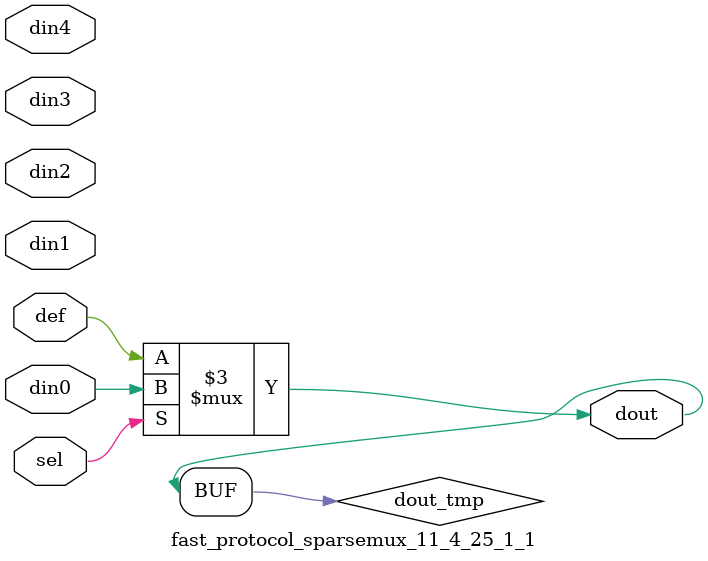
<source format=v>
`timescale 1ns / 1ps

module fast_protocol_sparsemux_11_4_25_1_1 (din0,din1,din2,din3,din4,def,sel,dout);

parameter din0_WIDTH = 1;

parameter din1_WIDTH = 1;

parameter din2_WIDTH = 1;

parameter din3_WIDTH = 1;

parameter din4_WIDTH = 1;

parameter def_WIDTH = 1;
parameter sel_WIDTH = 1;
parameter dout_WIDTH = 1;

parameter [sel_WIDTH-1:0] CASE0 = 1;

parameter [sel_WIDTH-1:0] CASE1 = 1;

parameter [sel_WIDTH-1:0] CASE2 = 1;

parameter [sel_WIDTH-1:0] CASE3 = 1;

parameter [sel_WIDTH-1:0] CASE4 = 1;

parameter ID = 1;
parameter NUM_STAGE = 1;



input [din0_WIDTH-1:0] din0;

input [din1_WIDTH-1:0] din1;

input [din2_WIDTH-1:0] din2;

input [din3_WIDTH-1:0] din3;

input [din4_WIDTH-1:0] din4;

input [def_WIDTH-1:0] def;
input [sel_WIDTH-1:0] sel;

output [dout_WIDTH-1:0] dout;



reg [dout_WIDTH-1:0] dout_tmp;


always @ (*) begin
(* parallel_case *) case (sel)
    
    CASE0 : dout_tmp = din0;
    
    CASE1 : dout_tmp = din1;
    
    CASE2 : dout_tmp = din2;
    
    CASE3 : dout_tmp = din3;
    
    CASE4 : dout_tmp = din4;
    
    default : dout_tmp = def;
endcase
end


assign dout = dout_tmp;



endmodule

</source>
